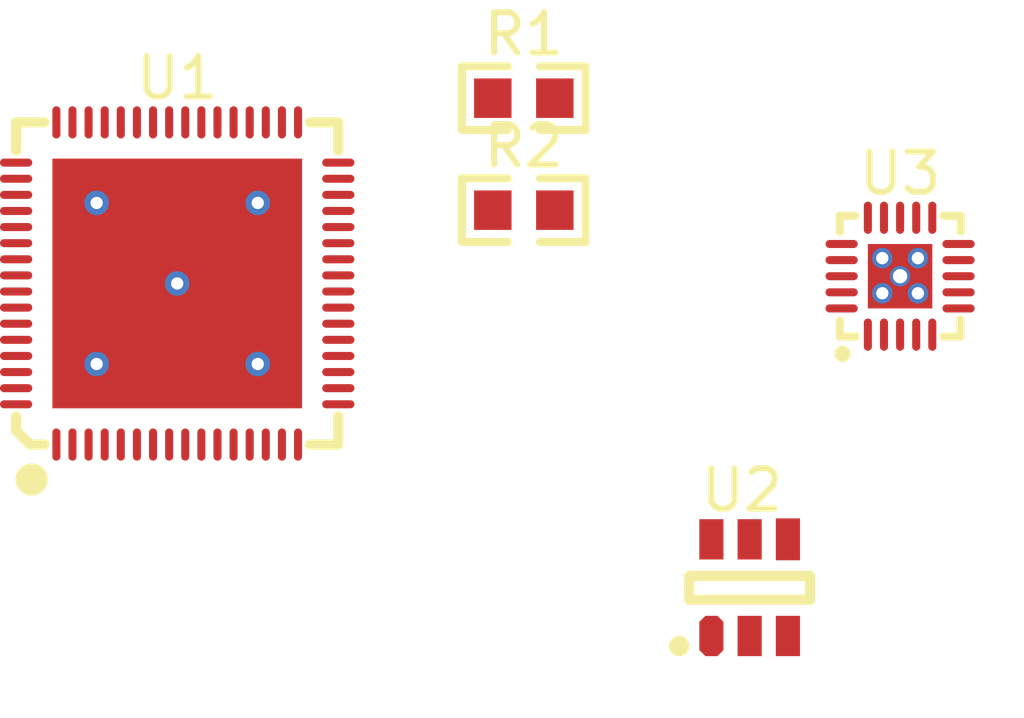
<source format=kicad_pcb>
(kicad_pcb (version 20241229) (generator "pcbnew") (generator_version "9.0")
  (layers (0 "F.Cu" signal) (2 "B.Cu" signal) (13 "F.Paste" user) (15 "B.Paste" user) (5 "F.SilkS" user "F.Silkscreen") (7 "B.SilkS" user "B.Silkscreen") (1 "F.Mask" user) (3 "B.Mask" user) (25 "Edge.Cuts" user))
  (net 0 "")
  (net 1 "GND")
  (net 2 "Net-(U2-ISET)")
  (net 3 "+3.3V")
  (net 4 "/PWRSTOP")
  (net 67 "/PWRSTART")
  (net 69 "+5V")
  (net 70 "VBUS")
  (footprint "CHXXX:0603" (layer "F.Cu") (at 112.98 78.07)
    (property "Reference" "R2" (at 0.77 -1.59 0) (layer "F.SilkS"))
    (property "Value" "51k")
    (fp_line (start -0.765 -0.79) (end 0.37 -0.79) (stroke (width 0.2)) (layer "F.SilkS"))
    (fp_line (start -0.765 0.79) (end -0.765 -0.79) (stroke (width 0.2)) (layer "F.SilkS"))
    (fp_line (start -0.765 0.79) (end 0.37 0.79) (stroke (width 0.2)) (layer "F.SilkS"))
    (fp_line (start 1.17 -0.79) (end 2.305 -0.79) (stroke (width 0.2)) (layer "F.SilkS"))
    (fp_line (start 1.17 0.79) (end 2.305 0.79) (stroke (width 0.2)) (layer "F.SilkS"))
    (fp_line (start 2.305 0.79) (end 2.305 -0.79) (stroke (width 0.2)) (layer "F.SilkS"))
    (pad "1" smd rect (at 0 0) (size 0.93 0.98) (layers "F.Cu" "F.Mask" "F.Paste") (net 4 "/PWRSTOP"))
    (pad "2" smd rect (at 1.54 0) (size 0.93 0.98) (layers "F.Cu" "F.Mask" "F.Paste") (net 3 "+3.3V"))
  )
  (footprint "CHXXX:QFN20_3X3" (layer "F.Cu") (at 123.0928 79.71)
    (property "Reference" "U3" (at 0 -2.5512 0) (layer "F.SilkS"))
    (property "Value" "CH211D")
    (fp_line (start -1.497 -1.5) (end -1.11824 -1.5) (stroke (width 0.2032)) (layer "F.SilkS"))
    (fp_line (start -1.497 -1.10483) (end -1.497 -1.5) (stroke (width 0.2032)) (layer "F.SilkS"))
    (fp_line (start -1.497 1.5) (end -1.497 1.10814) (stroke (width 0.203)) (layer "F.SilkS"))
    (fp_line (start -1.497 1.5) (end -1.10514 1.5) (stroke (width 0.203)) (layer "F.SilkS"))
    (fp_line (start 1.07904 1.5) (end 1.5 1.5) (stroke (width 0.2032)) (layer "F.SilkS"))
    (fp_line (start 1.08204 -1.5) (end 1.503 -1.5) (stroke (width 0.2032)) (layer "F.SilkS"))
    (fp_line (start 1.5 1.5) (end 1.5 1.08043) (stroke (width 0.2032)) (layer "F.SilkS"))
    (fp_line (start 1.503 -1.10763) (end 1.503 -1.5) (stroke (width 0.2032)) (layer "F.SilkS"))
    (fp_circle (center -1.43142 1.9304) (end -1.43142 1.8288) (stroke (width 0.2032)) (fill no) (layer "F.SilkS"))
    (pad "0" thru_hole circle (at -0.44186 -0.44872) (size 0.508 0.508) (drill 0.3048) (layers "*.Cu"))
    (pad "0" thru_hole circle (at -0.44186 0.4225) (size 0.508 0.508) (drill 0.3048) (layers "*.Cu"))
    (pad "0" thru_hole circle (at 0 0) (size 0.508 0.508) (drill 0.3556) (layers "*.Cu" "*.Mask"))
    (pad "0" smd rect (at 0 0 270) (size 1.6 1.6) (layers "F.Cu" "F.Mask" "F.Paste"))
    (pad "0" thru_hole circle (at 0.44206 -0.44872) (size 0.508 0.508) (drill 0.3048) (layers "*.Cu"))
    (pad "0" thru_hole circle (at 0.44206 0.4225) (size 0.508 0.508) (drill 0.3048) (layers "*.Cu"))
    (pad "1" smd oval (at -0.8 1.4512) (size 0.2 0.8) (layers "F.Cu" "F.Mask" "F.Paste"))
    (pad "2" smd oval (at -0.4 1.4512) (size 0.2 0.8) (layers "F.Cu" "F.Mask" "F.Paste"))
    (pad "3" smd oval (at 0 1.4512) (size 0.2 0.8) (layers "F.Cu" "F.Mask" "F.Paste"))
    (pad "4" smd oval (at 0.4 1.4512) (size 0.2 0.8) (layers "F.Cu" "F.Mask" "F.Paste"))
    (pad "5" smd oval (at 0.8 1.4512) (size 0.2 0.8) (layers "F.Cu" "F.Mask" "F.Paste"))
    (pad "6" smd oval (at 1.4512 0.8 90) (size 0.2 0.8) (layers "F.Cu" "F.Mask" "F.Paste"))
    (pad "7" smd oval (at 1.4512 0.4 90) (size 0.2 0.8) (layers "F.Cu" "F.Mask" "F.Paste"))
    (pad "8" smd oval (at 1.4512 0 90) (size 0.2 0.8) (layers "F.Cu" "F.Mask" "F.Paste"))
    (pad "9" smd oval (at 1.4512 -0.4 90) (size 0.2 0.8) (layers "F.Cu" "F.Mask" "F.Paste"))
    (pad "10" smd oval (at 1.4512 -0.8 90) (size 0.2 0.8) (layers "F.Cu" "F.Mask" "F.Paste"))
    (pad "11" smd oval (at 0.8002 -1.4512 180) (size 0.2 0.8) (layers "F.Cu" "F.Mask" "F.Paste"))
    (pad "12" smd oval (at 0.4002 -1.4512 180) (size 0.2 0.8) (layers "F.Cu" "F.Mask" "F.Paste"))
    (pad "13" smd oval (at 0.0002 -1.4512 180) (size 0.2 0.8) (layers "F.Cu" "F.Mask" "F.Paste"))
    (pad "14" smd oval (at -0.3998 -1.4512 180) (size 0.2 0.8) (layers "F.Cu" "F.Mask" "F.Paste"))
    (pad "15" smd oval (at -0.7998 -1.4512 180) (size 0.2 0.8) (layers "F.Cu" "F.Mask" "F.Paste"))
    (pad "16" smd oval (at -1.4512 -0.8 270) (size 0.2 0.8) (layers "F.Cu" "F.Mask" "F.Paste"))
    (pad "17" smd oval (at -1.4512 -0.4 270) (size 0.2 0.8) (layers "F.Cu" "F.Mask" "F.Paste"))
    (pad "18" smd oval (at -1.4512 0 270) (size 0.2 0.8) (layers "F.Cu" "F.Mask" "F.Paste"))
    (pad "19" smd oval (at -1.4512 0.4 270) (size 0.2 0.8) (layers "F.Cu" "F.Mask" "F.Paste"))
    (pad "20" smd oval (at -1.4512 0.8 270) (size 0.2 0.8) (layers "F.Cu" "F.Mask" "F.Paste"))
  )
  (footprint "CHXXX:0603" (layer "F.Cu") (at 112.98 75.29)
    (property "Reference" "R1" (at 0.77 -1.59 0) (layer "F.SilkS"))
    (property "Value" "24k")
    (fp_line (start -0.765 -0.79) (end 0.37 -0.79) (stroke (width 0.2)) (layer "F.SilkS"))
    (fp_line (start -0.765 0.79) (end -0.765 -0.79) (stroke (width 0.2)) (layer "F.SilkS"))
    (fp_line (start -0.765 0.79) (end 0.37 0.79) (stroke (width 0.2)) (layer "F.SilkS"))
    (fp_line (start 1.17 -0.79) (end 2.305 -0.79) (stroke (width 0.2)) (layer "F.SilkS"))
    (fp_line (start 1.17 0.79) (end 2.305 0.79) (stroke (width 0.2)) (layer "F.SilkS"))
    (fp_line (start 2.305 0.79) (end 2.305 -0.79) (stroke (width 0.2)) (layer "F.SilkS"))
    (pad "1" smd rect (at 0 0) (size 0.93 0.98) (layers "F.Cu" "F.Mask" "F.Paste") (net 1 "GND"))
    (pad "2" smd rect (at 1.54 0) (size 0.93 0.98) (layers "F.Cu" "F.Mask" "F.Paste") (net 2 "Net-(U2-ISET)"))
  )
  (footprint "CHXXX:QFN64_8X8" (layer "F.Cu") (at 105.144 79.89)
    (property "Reference" "U1" (at 0 -5.1 0) (layer "F.SilkS"))
    (property "Value" "CH634W6G")
    (fp_line (start -4 -4) (end -3.3 -4) (stroke (width 0.254)) (layer "F.SilkS"))
    (fp_line (start -4 -3.3) (end -4 -4) (stroke (width 0.254)) (layer "F.SilkS"))
    (fp_line (start -4 3.65) (end -4 3.3) (stroke (width 0.254)) (layer "F.SilkS"))
    (fp_line (start -4 3.65) (end -3.65 4) (stroke (width 0.254)) (layer "F.SilkS"))
    (fp_line (start -3.65 4) (end -3.3 4) (stroke (width 0.254)) (layer "F.SilkS"))
    (fp_line (start 3.3 -4) (end 4 -4) (stroke (width 0.254)) (layer "F.SilkS"))
    (fp_line (start 3.3 4) (end 4 4) (stroke (width 0.254)) (layer "F.SilkS"))
    (fp_line (start 4 -3.3) (end 4 -4) (stroke (width 0.254)) (layer "F.SilkS"))
    (fp_line (start 4 4) (end 4 3.3) (stroke (width 0.254)) (layer "F.SilkS"))
    (fp_circle (center -3.61347 4.86697) (end -3.61347 4.66697) (stroke (width 0.4)) (fill no) (layer "F.SilkS"))
    (pad "0" thru_hole circle (at -2 -2) (size 0.6096 0.6096) (drill 0.3048) (layers "*.Cu" "*.Mask"))
    (pad "0" thru_hole circle (at -2 2) (size 0.6096 0.6096) (drill 0.3048) (layers "*.Cu" "*.Mask"))
    (pad "0" thru_hole circle (at 0 0) (size 0.6096 0.6096) (drill 0.3048) (layers "*.Cu" "*.Mask"))
    (pad "0" smd rect (at 0 0) (size 6.2 6.2) (layers "F.Cu" "F.Mask" "F.Paste"))
    (pad "0" thru_hole circle (at 2 -2) (size 0.6096 0.6096) (drill 0.3048) (layers "*.Cu" "*.Mask"))
    (pad "0" thru_hole circle (at 2 2) (size 0.6096 0.6096) (drill 0.3048) (layers "*.Cu" "*.Mask"))
    (pad "1" smd oval (at -3 4) (size 0.2 0.8) (layers "F.Cu" "F.Mask" "F.Paste"))
    (pad "2" smd oval (at -2.6 4) (size 0.2 0.8) (layers "F.Cu" "F.Mask" "F.Paste"))
    (pad "3" smd oval (at -2.2 4) (size 0.2 0.8) (layers "F.Cu" "F.Mask" "F.Paste"))
    (pad "4" smd oval (at -1.8 4) (size 0.2 0.8) (layers "F.Cu" "F.Mask" "F.Paste"))
    (pad "5" smd oval (at -1.4 4) (size 0.2 0.8) (layers "F.Cu" "F.Mask" "F.Paste"))
    (pad "6" smd oval (at -1 4) (size 0.2 0.8) (layers "F.Cu" "F.Mask" "F.Paste"))
    (pad "7" smd oval (at -0.6 4) (size 0.2 0.8) (layers "F.Cu" "F.Mask" "F.Paste"))
    (pad "8" smd oval (at -0.2 4) (size 0.2 0.8) (layers "F.Cu" "F.Mask" "F.Paste"))
    (pad "9" smd oval (at 0.2 4) (size 0.2 0.8) (layers "F.Cu" "F.Mask" "F.Paste"))
    (pad "10" smd oval (at 0.6 4) (size 0.2 0.8) (layers "F.Cu" "F.Mask" "F.Paste"))
    (pad "11" smd oval (at 1 4) (size 0.2 0.8) (layers "F.Cu" "F.Mask" "F.Paste"))
    (pad "12" smd oval (at 1.4 4) (size 0.2 0.8) (layers "F.Cu" "F.Mask" "F.Paste"))
    (pad "13" smd oval (at 1.8 4) (size 0.2 0.8) (layers "F.Cu" "F.Mask" "F.Paste"))
    (pad "14" smd oval (at 2.2 4) (size 0.2 0.8) (layers "F.Cu" "F.Mask" "F.Paste"))
    (pad "15" smd oval (at 2.6 4) (size 0.2 0.8) (layers "F.Cu" "F.Mask" "F.Paste"))
    (pad "16" smd oval (at 3 4) (size 0.2 0.8) (layers "F.Cu" "F.Mask" "F.Paste"))
    (pad "17" smd oval (at 4 3 90) (size 0.2 0.8) (layers "F.Cu" "F.Mask" "F.Paste"))
    (pad "18" smd oval (at 4 2.6 90) (size 0.2 0.8) (layers "F.Cu" "F.Mask" "F.Paste"))
    (pad "19" smd oval (at 4 2.2 90) (size 0.2 0.8) (layers "F.Cu" "F.Mask" "F.Paste"))
    (pad "20" smd oval (at 4 1.8 90) (size 0.2 0.8) (layers "F.Cu" "F.Mask" "F.Paste"))
    (pad "21" smd oval (at 4 1.4 90) (size 0.2 0.8) (layers "F.Cu" "F.Mask" "F.Paste"))
    (pad "22" smd oval (at 4 1 90) (size 0.2 0.8) (layers "F.Cu" "F.Mask" "F.Paste"))
    (pad "23" smd oval (at 4 0.6 90) (size 0.2 0.8) (layers "F.Cu" "F.Mask" "F.Paste"))
    (pad "24" smd oval (at 4 0.2 90) (size 0.2 0.8) (layers "F.Cu" "F.Mask" "F.Paste"))
    (pad "25" smd oval (at 4 -0.2 90) (size 0.2 0.8) (layers "F.Cu" "F.Mask" "F.Paste"))
    (pad "26" smd oval (at 4 -0.6 90) (size 0.2 0.8) (layers "F.Cu" "F.Mask" "F.Paste"))
    (pad "27" smd oval (at 4 -1 90) (size 0.2 0.8) (layers "F.Cu" "F.Mask" "F.Paste"))
    (pad "28" smd oval (at 4 -1.4 90) (size 0.2 0.8) (layers "F.Cu" "F.Mask" "F.Paste"))
    (pad "29" smd oval (at 4 -1.8 90) (size 0.2 0.8) (layers "F.Cu" "F.Mask" "F.Paste"))
    (pad "30" smd oval (at 4 -2.2 90) (size 0.2 0.8) (layers "F.Cu" "F.Mask" "F.Paste"))
    (pad "31" smd oval (at 4 -2.6 90) (size 0.2 0.8) (layers "F.Cu" "F.Mask" "F.Paste"))
    (pad "32" smd oval (at 4 -3 90) (size 0.2 0.8) (layers "F.Cu" "F.Mask" "F.Paste"))
    (pad "33" smd oval (at 3 -4 180) (size 0.2 0.8) (layers "F.Cu" "F.Mask" "F.Paste") (net 4 "/PWRSTOP"))
    (pad "34" smd oval (at 2.6 -4 180) (size 0.2 0.8) (layers "F.Cu" "F.Mask" "F.Paste") (net 67 "/PWRSTART"))
    (pad "35" smd oval (at 2.2 -4 180) (size 0.2 0.8) (layers "F.Cu" "F.Mask" "F.Paste"))
    (pad "36" smd oval (at 1.8 -4 180) (size 0.2 0.8) (layers "F.Cu" "F.Mask" "F.Paste"))
    (pad "37" smd oval (at 1.4 -4 180) (size 0.2 0.8) (layers "F.Cu" "F.Mask" "F.Paste"))
    (pad "38" smd oval (at 1 -4 180) (size 0.2 0.8) (layers "F.Cu" "F.Mask" "F.Paste"))
    (pad "39" smd oval (at 0.6 -4 180) (size 0.2 0.8) (layers "F.Cu" "F.Mask" "F.Paste"))
    (pad "40" smd oval (at 0.2 -4 180) (size 0.2 0.8) (layers "F.Cu" "F.Mask" "F.Paste"))
    (pad "41" smd oval (at -0.2 -4 180) (size 0.2 0.8) (layers "F.Cu" "F.Mask" "F.Paste"))
    (pad "42" smd oval (at -0.6 -4 180) (size 0.2 0.8) (layers "F.Cu" "F.Mask" "F.Paste"))
    (pad "43" smd oval (at -1 -4 180) (size 0.2 0.8) (layers "F.Cu" "F.Mask" "F.Paste"))
    (pad "44" smd oval (at -1.4 -4 180) (size 0.2 0.8) (layers "F.Cu" "F.Mask" "F.Paste"))
    (pad "45" smd oval (at -1.8 -4 180) (size 0.2 0.8) (layers "F.Cu" "F.Mask" "F.Paste"))
    (pad "46" smd oval (at -2.2 -4 180) (size 0.2 0.8) (layers "F.Cu" "F.Mask" "F.Paste"))
    (pad "47" smd oval (at -2.6 -4 180) (size 0.2 0.8) (layers "F.Cu" "F.Mask" "F.Paste"))
    (pad "48" smd oval (at -3 -4 180) (size 0.2 0.8) (layers "F.Cu" "F.Mask" "F.Paste"))
    (pad "49" smd oval (at -4 -3 270) (size 0.2 0.8) (layers "F.Cu" "F.Mask" "F.Paste"))
    (pad "50" smd oval (at -4 -2.6 270) (size 0.2 0.8) (layers "F.Cu" "F.Mask" "F.Paste"))
    (pad "51" smd oval (at -4 -2.2 270) (size 0.2 0.8) (layers "F.Cu" "F.Mask" "F.Paste"))
    (pad "52" smd oval (at -4 -1.8 270) (size 0.2 0.8) (layers "F.Cu" "F.Mask" "F.Paste"))
    (pad "53" smd oval (at -4 -1.4 270) (size 0.2 0.8) (layers "F.Cu" "F.Mask" "F.Paste"))
    (pad "54" smd oval (at -4 -1 270) (size 0.2 0.8) (layers "F.Cu" "F.Mask" "F.Paste"))
    (pad "55" smd oval (at -4 -0.6 270) (size 0.2 0.8) (layers "F.Cu" "F.Mask" "F.Paste"))
    (pad "56" smd oval (at -4 -0.2 270) (size 0.2 0.8) (layers "F.Cu" "F.Mask" "F.Paste"))
    (pad "57" smd oval (at -4 0.2 270) (size 0.2 0.8) (layers "F.Cu" "F.Mask" "F.Paste"))
    (pad "58" smd oval (at -4 0.6 270) (size 0.2 0.8) (layers "F.Cu" "F.Mask" "F.Paste"))
    (pad "59" smd oval (at -4 1 270) (size 0.2 0.8) (layers "F.Cu" "F.Mask" "F.Paste"))
    (pad "60" smd oval (at -4 1.4 270) (size 0.2 0.8) (layers "F.Cu" "F.Mask" "F.Paste"))
    (pad "61" smd oval (at -4 1.8 270) (size 0.2 0.8) (layers "F.Cu" "F.Mask" "F.Paste"))
    (pad "62" smd oval (at -4 2.2 270) (size 0.2 0.8) (layers "F.Cu" "F.Mask" "F.Paste"))
    (pad "63" smd oval (at -4 2.6 270) (size 0.2 0.8) (layers "F.Cu" "F.Mask" "F.Paste"))
    (pad "64" smd oval (at -4 3 270) (size 0.2 0.8) (layers "F.Cu" "F.Mask" "F.Paste"))
  )
  (footprint "CHXXX:SOT-23-6" (layer "F.Cu") (at 118.4075 88.643)
    (property "Reference" "U2" (at 0.7615 -3.62 0) (layer "F.SilkS"))
    (property "Value" "*")
    (fp_line (start -0.55 -1.49) (end 2.45 -1.49) (stroke (width 0.254)) (layer "F.SilkS"))
    (fp_line (start -0.55 -0.9) (end -0.55 -1.49) (stroke (width 0.254)) (layer "F.SilkS"))
    (fp_line (start -0.55 -0.9) (end 2.45 -0.9) (stroke (width 0.254)) (layer "F.SilkS"))
    (fp_line (start 2.45 -0.9) (end 2.45 -1.49) (stroke (width 0.254)) (layer "F.SilkS"))
    (fp_circle (center -0.8 0.25) (end -0.8 0.123) (stroke (width 0.254)) (fill no) (layer "F.SilkS"))
    (pad "1" smd roundrect (at 0 0) (size 0.6 1) (layers "F.Cu" "F.Mask" "F.Paste") (chamfer_ratio 0.25) (chamfer top_left top_right bottom_left bottom_right) (net 70 "VBUS"))
    (pad "2" smd rect (at 0.95 0) (size 0.6 1) (layers "F.Cu" "F.Mask" "F.Paste") (net 1 "GND"))
    (pad "3" smd rect (at 1.9 0) (size 0.6 1) (layers "F.Cu" "F.Mask" "F.Paste") (net 4 "/PWRSTOP"))
    (pad "4" smd rect (at 1.9 -2.4) (size 0.6 1.04) (layers "F.Cu" "F.Mask" "F.Paste") (net 67 "/PWRSTART"))
    (pad "5" smd rect (at 0.95 -2.4) (size 0.6 1) (layers "F.Cu" "F.Mask" "F.Paste") (net 2 "Net-(U2-ISET)"))
    (pad "6" smd rect (at 0 -2.4) (size 0.6 1) (layers "F.Cu" "F.Mask" "F.Paste") (net 69 "+5V"))
  )
)
</source>
